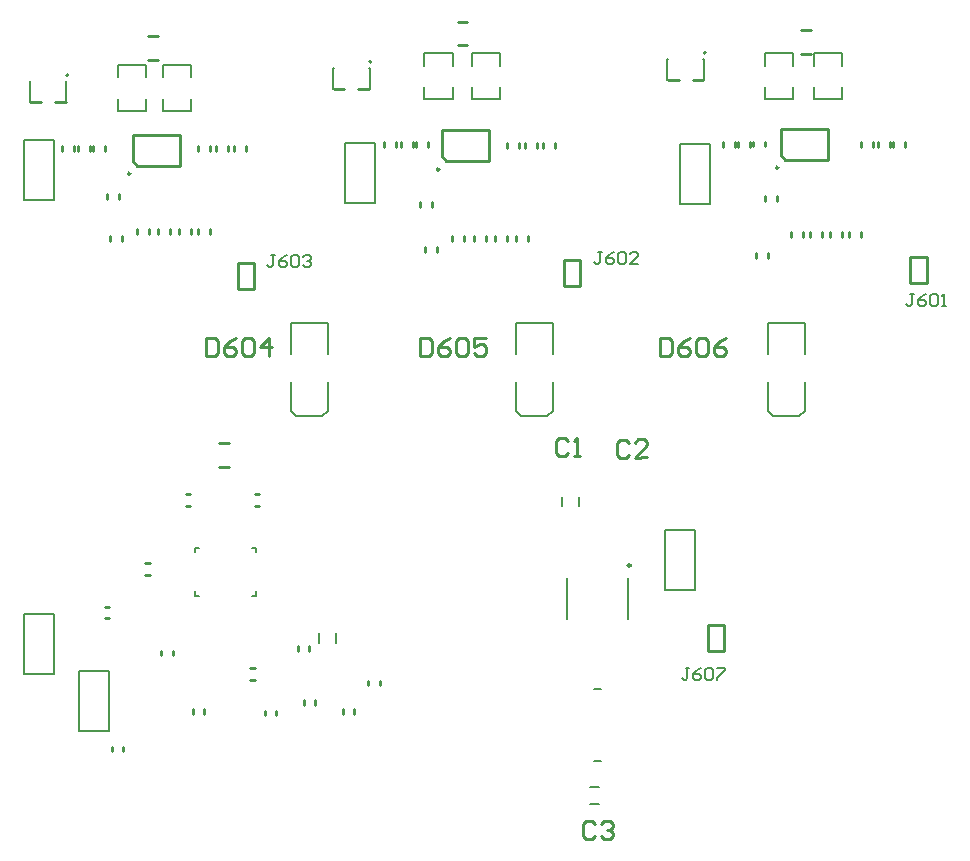
<source format=gto>
%FSAX25Y25*%
%MOIN*%
G70*
G01*
G75*
G04 Layer_Color=65535*
%ADD10R,0.05118X0.03937*%
G04:AMPARAMS|DCode=11|XSize=23.62mil|YSize=35.43mil|CornerRadius=5.91mil|HoleSize=0mil|Usage=FLASHONLY|Rotation=270.000|XOffset=0mil|YOffset=0mil|HoleType=Round|Shape=RoundedRectangle|*
%AMROUNDEDRECTD11*
21,1,0.02362,0.02362,0,0,270.0*
21,1,0.01181,0.03543,0,0,270.0*
1,1,0.01181,-0.01181,-0.00591*
1,1,0.01181,-0.01181,0.00591*
1,1,0.01181,0.01181,0.00591*
1,1,0.01181,0.01181,-0.00591*
%
%ADD11ROUNDEDRECTD11*%
%ADD12R,0.09055X0.09055*%
%ADD13R,0.00984X0.02756*%
%ADD14R,0.17087X0.09606*%
G04:AMPARAMS|DCode=15|XSize=23.62mil|YSize=35.43mil|CornerRadius=5.91mil|HoleSize=0mil|Usage=FLASHONLY|Rotation=0.000|XOffset=0mil|YOffset=0mil|HoleType=Round|Shape=RoundedRectangle|*
%AMROUNDEDRECTD15*
21,1,0.02362,0.02362,0,0,0.0*
21,1,0.01181,0.03543,0,0,0.0*
1,1,0.01181,0.00591,-0.01181*
1,1,0.01181,-0.00591,-0.01181*
1,1,0.01181,-0.00591,0.01181*
1,1,0.01181,0.00591,0.01181*
%
%ADD15ROUNDEDRECTD15*%
%ADD16O,0.02165X0.05709*%
%ADD17O,0.02165X0.05709*%
%ADD18O,0.01181X0.03500*%
%ADD19R,0.11201X0.06500*%
%ADD20R,0.04331X0.06693*%
%ADD21R,0.06693X0.04331*%
%ADD22O,0.01378X0.05315*%
%ADD23R,0.12205X0.11811*%
G04:AMPARAMS|DCode=24|XSize=31.5mil|YSize=86.61mil|CornerRadius=7.87mil|HoleSize=0mil|Usage=FLASHONLY|Rotation=180.000|XOffset=0mil|YOffset=0mil|HoleType=Round|Shape=RoundedRectangle|*
%AMROUNDEDRECTD24*
21,1,0.03150,0.07087,0,0,180.0*
21,1,0.01575,0.08661,0,0,180.0*
1,1,0.01575,-0.00787,0.03543*
1,1,0.01575,0.00787,0.03543*
1,1,0.01575,0.00787,-0.03543*
1,1,0.01575,-0.00787,-0.03543*
%
%ADD24ROUNDEDRECTD24*%
%ADD25R,0.08661X0.24803*%
%ADD26R,0.03543X0.03150*%
%ADD27C,0.01181*%
%ADD28C,0.01260*%
%ADD29C,0.02756*%
%ADD30C,0.01024*%
%ADD31C,0.03150*%
%ADD32C,0.01969*%
%ADD33C,0.03937*%
%ADD34C,0.01102*%
%ADD35C,0.00984*%
%ADD36C,0.00906*%
%ADD37C,0.02362*%
%ADD38C,0.01000*%
%ADD39C,0.01575*%
%ADD40C,0.00866*%
%ADD41C,0.03543*%
%ADD42C,0.01299*%
%ADD43C,0.01063*%
%ADD44C,0.06000*%
%ADD45R,0.05906X0.05906*%
%ADD46C,0.05906*%
%ADD47C,0.23622*%
%ADD48C,0.38976*%
%ADD49C,0.01969*%
%ADD50C,0.01575*%
%ADD51C,0.00394*%
%ADD52C,0.00787*%
%ADD53C,0.00600*%
%ADD54C,0.00669*%
D35*
X0332024Y0258185D02*
G03*
X0332024Y0258185I-0000492J0000000D01*
G01*
D38*
X0381239Y0390726D02*
G03*
X0381239Y0390726I-0000394J0000000D01*
G01*
X0268239Y0390226D02*
G03*
X0268239Y0390226I-0000394J0000000D01*
G01*
X0165207Y0388726D02*
G03*
X0165207Y0388726I-0000394J0000000D01*
G01*
X0430656Y0352269D02*
Y0360931D01*
X0425144Y0352269D02*
X0430656D01*
X0425144D02*
Y0360931D01*
X0430656D01*
X0315156Y0351269D02*
Y0359931D01*
X0309644Y0351269D02*
X0315156D01*
X0309644D02*
Y0359931D01*
X0315156D01*
X0206624Y0350269D02*
Y0358931D01*
X0201113Y0350269D02*
X0206624D01*
X0201113D02*
Y0358931D01*
X0206624D01*
X0224937Y0229713D02*
Y0231287D01*
X0221000Y0229713D02*
Y0231287D01*
X0226937Y0211713D02*
Y0213287D01*
X0223000Y0211713D02*
Y0213287D01*
X0210000Y0208213D02*
Y0209787D01*
X0213937Y0208213D02*
Y0209787D01*
X0183681Y0278032D02*
X0185256D01*
X0183681Y0281969D02*
X0185256D01*
X0244500Y0218213D02*
Y0219787D01*
X0248437Y0218213D02*
Y0219787D01*
X0236000Y0208713D02*
Y0210287D01*
X0239937Y0208713D02*
Y0210287D01*
X0179437Y0228213D02*
Y0229787D01*
X0175500Y0228213D02*
Y0229787D01*
X0162969Y0196213D02*
Y0197787D01*
X0159032Y0196213D02*
Y0197787D01*
X0206681Y0278032D02*
X0208256D01*
X0206681Y0281969D02*
X0208256D01*
X0205181Y0223969D02*
X0206756D01*
X0205181Y0220032D02*
X0206756D01*
X0186000Y0208713D02*
Y0210287D01*
X0189937Y0208713D02*
Y0210287D01*
X0156681Y0240532D02*
X0158256D01*
X0156681Y0244469D02*
X0158256D01*
X0170181Y0258969D02*
X0171756D01*
X0170181Y0255032D02*
X0171756D01*
X0158432Y0366313D02*
Y0367887D01*
X0162369Y0366313D02*
Y0367887D01*
X0352762Y0420057D02*
X0356306D01*
X0344494D02*
X0348038D01*
X0382026Y0395057D02*
Y0403718D01*
Y0395057D02*
X0383601Y0393482D01*
X0397774D01*
X0382026Y0403718D02*
X0397774D01*
Y0393482D02*
Y0403718D01*
X0373932Y0360813D02*
Y0362387D01*
X0377869Y0360813D02*
Y0362387D01*
X0404932Y0367813D02*
Y0369387D01*
X0408869Y0367813D02*
Y0369387D01*
X0423369Y0397813D02*
Y0399387D01*
X0419432Y0397813D02*
Y0399387D01*
X0412869Y0397813D02*
Y0399387D01*
X0408932Y0397813D02*
Y0399387D01*
X0376869Y0397880D02*
Y0399454D01*
X0372932Y0397880D02*
Y0399454D01*
X0366869Y0397813D02*
Y0399387D01*
X0362932Y0397813D02*
Y0399387D01*
X0402369Y0367813D02*
Y0369387D01*
X0398432Y0367813D02*
Y0369387D01*
X0385432Y0367813D02*
Y0369387D01*
X0389369Y0367813D02*
Y0369387D01*
X0418369Y0397813D02*
Y0399387D01*
X0414432Y0397813D02*
Y0399387D01*
X0371869Y0397813D02*
Y0399387D01*
X0367932Y0397813D02*
Y0399387D01*
X0391932Y0367813D02*
Y0369387D01*
X0395869Y0367813D02*
Y0369387D01*
X0380869Y0379813D02*
Y0381387D01*
X0376932Y0379813D02*
Y0381387D01*
X0241262Y0417057D02*
X0244806D01*
X0232994D02*
X0236538D01*
X0269026Y0394557D02*
Y0403218D01*
Y0394557D02*
X0270601Y0392982D01*
X0284774D01*
X0269026Y0403218D02*
X0284774D01*
Y0392982D02*
Y0403218D01*
X0263463Y0362813D02*
Y0364387D01*
X0267400Y0362813D02*
Y0364387D01*
X0286932Y0366313D02*
Y0367887D01*
X0290869Y0366313D02*
Y0367887D01*
X0306869Y0397313D02*
Y0398887D01*
X0302932Y0397313D02*
Y0398887D01*
X0294869Y0397313D02*
Y0398887D01*
X0290932Y0397313D02*
Y0398887D01*
X0264369Y0397765D02*
Y0399340D01*
X0260432Y0397765D02*
Y0399340D01*
X0253869Y0397765D02*
Y0399340D01*
X0249932Y0397765D02*
Y0399340D01*
X0297869Y0366313D02*
Y0367887D01*
X0293932Y0366313D02*
Y0367887D01*
X0272432Y0366313D02*
Y0367887D01*
X0276369Y0366313D02*
Y0367887D01*
X0300869Y0397313D02*
Y0398887D01*
X0296932Y0397313D02*
Y0398887D01*
X0259369Y0397765D02*
Y0399340D01*
X0255432Y0397765D02*
Y0399340D01*
X0279932Y0366313D02*
Y0367887D01*
X0283869Y0366313D02*
Y0367887D01*
X0265869Y0377813D02*
Y0379387D01*
X0261932Y0377813D02*
Y0379387D01*
X0181400Y0368813D02*
Y0370387D01*
X0185337Y0368813D02*
Y0370387D01*
X0203837Y0396313D02*
Y0397887D01*
X0199900Y0396313D02*
Y0397887D01*
X0191837Y0396360D02*
Y0397935D01*
X0187900Y0396360D02*
Y0397935D01*
X0156837Y0396313D02*
Y0397887D01*
X0152900Y0396313D02*
Y0397887D01*
X0146337Y0396313D02*
Y0397887D01*
X0142400Y0396313D02*
Y0397887D01*
X0197837Y0396313D02*
Y0397887D01*
X0193900Y0396313D02*
Y0397887D01*
X0151837Y0396313D02*
Y0397887D01*
X0147900Y0396313D02*
Y0397887D01*
X0174400Y0368813D02*
Y0370387D01*
X0178337Y0368813D02*
Y0370387D01*
X0161337Y0380360D02*
Y0381935D01*
X0157400Y0380360D02*
Y0381935D01*
X0131963Y0412557D02*
X0135506D01*
X0140231D02*
X0143774D01*
X0165994Y0393057D02*
Y0401718D01*
Y0393057D02*
X0167569Y0391482D01*
X0181743D01*
X0165994Y0401718D02*
X0181743D01*
Y0391482D02*
Y0401718D01*
X0167400Y0368813D02*
Y0370387D01*
X0171337Y0368813D02*
Y0370387D01*
X0191837Y0368813D02*
Y0370387D01*
X0187900Y0368813D02*
Y0370387D01*
X0357681Y0229669D02*
X0363193D01*
Y0238331D01*
X0357681D02*
X0363193D01*
X0357681Y0229669D02*
Y0238331D01*
X0194894Y0298937D02*
X0198043D01*
X0194894Y0291063D02*
X0198043D01*
X0388825Y0428663D02*
X0391975D01*
X0388825Y0436537D02*
X0391975D01*
X0274425Y0431563D02*
X0277575D01*
X0274425Y0439437D02*
X0277575D01*
X0171294Y0426663D02*
X0174443D01*
X0171294Y0434537D02*
X0174443D01*
X0341900Y0334098D02*
Y0328100D01*
X0344899D01*
X0345899Y0329100D01*
Y0333098D01*
X0344899Y0334098D01*
X0341900D01*
X0351897D02*
X0349897Y0333098D01*
X0347898Y0331099D01*
Y0329100D01*
X0348898Y0328100D01*
X0350897D01*
X0351897Y0329100D01*
Y0330099D01*
X0350897Y0331099D01*
X0347898D01*
X0353896Y0333098D02*
X0354896Y0334098D01*
X0356895D01*
X0357895Y0333098D01*
Y0329100D01*
X0356895Y0328100D01*
X0354896D01*
X0353896Y0329100D01*
Y0333098D01*
X0363893Y0334098D02*
X0361894Y0333098D01*
X0359894Y0331099D01*
Y0329100D01*
X0360894Y0328100D01*
X0362893D01*
X0363893Y0329100D01*
Y0330099D01*
X0362893Y0331099D01*
X0359894D01*
X0261900Y0334098D02*
Y0328100D01*
X0264899D01*
X0265899Y0329100D01*
Y0333098D01*
X0264899Y0334098D01*
X0261900D01*
X0271897D02*
X0269897Y0333098D01*
X0267898Y0331099D01*
Y0329100D01*
X0268898Y0328100D01*
X0270897D01*
X0271897Y0329100D01*
Y0330099D01*
X0270897Y0331099D01*
X0267898D01*
X0273896Y0333098D02*
X0274896Y0334098D01*
X0276895D01*
X0277895Y0333098D01*
Y0329100D01*
X0276895Y0328100D01*
X0274896D01*
X0273896Y0329100D01*
Y0333098D01*
X0283893Y0334098D02*
X0279894D01*
Y0331099D01*
X0281893Y0332099D01*
X0282893D01*
X0283893Y0331099D01*
Y0329100D01*
X0282893Y0328100D01*
X0280894D01*
X0279894Y0329100D01*
X0190400Y0334098D02*
Y0328100D01*
X0193399D01*
X0194399Y0329100D01*
Y0333098D01*
X0193399Y0334098D01*
X0190400D01*
X0200397D02*
X0198397Y0333098D01*
X0196398Y0331099D01*
Y0329100D01*
X0197398Y0328100D01*
X0199397D01*
X0200397Y0329100D01*
Y0330099D01*
X0199397Y0331099D01*
X0196398D01*
X0202396Y0333098D02*
X0203396Y0334098D01*
X0205395D01*
X0206395Y0333098D01*
Y0329100D01*
X0205395Y0328100D01*
X0203396D01*
X0202396Y0329100D01*
Y0333098D01*
X0211393Y0328100D02*
Y0334098D01*
X0208394Y0331099D01*
X0212393D01*
X0310999Y0299498D02*
X0309999Y0300498D01*
X0308000D01*
X0307000Y0299498D01*
Y0295500D01*
X0308000Y0294500D01*
X0309999D01*
X0310999Y0295500D01*
X0312998Y0294500D02*
X0314997D01*
X0313998D01*
Y0300498D01*
X0312998Y0299498D01*
X0331369Y0299099D02*
X0330344Y0300073D01*
X0328346Y0300022D01*
X0327372Y0298997D01*
X0327474Y0294999D01*
X0328499Y0294026D01*
X0330498Y0294077D01*
X0331472Y0295102D01*
X0337493Y0294256D02*
X0333496Y0294154D01*
X0337391Y0298254D01*
X0337365Y0299253D01*
X0336340Y0300227D01*
X0334342Y0300175D01*
X0333368Y0299150D01*
X0319999Y0171998D02*
X0318999Y0172998D01*
X0317000D01*
X0316000Y0171998D01*
Y0168000D01*
X0317000Y0167000D01*
X0318999D01*
X0319999Y0168000D01*
X0321998Y0171998D02*
X0322998Y0172998D01*
X0324997D01*
X0325997Y0171998D01*
Y0170999D01*
X0324997Y0169999D01*
X0323997D01*
X0324997D01*
X0325997Y0168999D01*
Y0168000D01*
X0324997Y0167000D01*
X0322998D01*
X0321998Y0168000D01*
D51*
X0187157Y0246354D02*
G03*
X0187157Y0246354I-0000197J0000000D01*
G01*
D52*
X0357093Y0429112D02*
G03*
X0357093Y0429112I-0000394J0000000D01*
G01*
X0245593Y0426112D02*
G03*
X0245593Y0426112I-0000394J0000000D01*
G01*
X0144561Y0421612D02*
G03*
X0144561Y0421612I-0000394J0000000D01*
G01*
X0218798Y0339061D02*
X0231002D01*
X0218798Y0309730D02*
X0220569Y0307958D01*
X0229231D02*
X0231002Y0309730D01*
X0220569Y0307958D02*
X0229231D01*
X0218798Y0328824D02*
Y0339061D01*
X0231002Y0328824D02*
Y0339061D01*
Y0309730D02*
Y0319376D01*
X0218798Y0309730D02*
Y0319376D01*
X0343500Y0250000D02*
X0353500D01*
X0343500D02*
Y0270000D01*
X0353500D01*
Y0250000D02*
Y0270000D01*
X0148000Y0223000D02*
X0158000D01*
Y0203000D02*
Y0223000D01*
X0148000Y0203000D02*
X0158000D01*
X0148000D02*
Y0223000D01*
X0348400Y0398600D02*
X0358400D01*
Y0378600D02*
Y0398600D01*
X0348400Y0378600D02*
X0358400D01*
X0348400D02*
Y0398600D01*
X0236932Y0399100D02*
X0246932D01*
Y0379100D02*
Y0399100D01*
X0236932Y0379100D02*
X0246932D01*
X0236932D02*
Y0399100D01*
X0129900Y0400100D02*
X0139900D01*
Y0380100D02*
Y0400100D01*
X0129900Y0380100D02*
X0139900D01*
X0129900D02*
Y0400100D01*
X0186961Y0247929D02*
X0188043D01*
X0205957D02*
X0207039D01*
X0186961Y0264071D02*
X0188043D01*
X0205957D02*
X0207039D01*
X0186961Y0247929D02*
Y0249504D01*
Y0262496D02*
Y0264071D01*
X0207039Y0247929D02*
Y0249504D01*
Y0262496D02*
Y0264071D01*
X0129969Y0242000D02*
X0139969D01*
Y0222000D02*
Y0242000D01*
X0129969Y0222000D02*
X0139969D01*
X0129969D02*
Y0242000D01*
X0293798Y0309730D02*
Y0319376D01*
X0306002Y0309730D02*
Y0319376D01*
Y0328824D02*
Y0339061D01*
X0293798Y0328824D02*
Y0339061D01*
X0295569Y0307958D02*
X0304231D01*
X0306002Y0309730D01*
X0293798D02*
X0295569Y0307958D01*
X0293798Y0339061D02*
X0306002D01*
X0377798Y0309730D02*
Y0319376D01*
X0390002Y0309730D02*
Y0319376D01*
Y0328824D02*
Y0339061D01*
X0377798Y0328824D02*
Y0339061D01*
X0379569Y0307958D02*
X0388231D01*
X0390002Y0309730D01*
X0377798D02*
X0379569Y0307958D01*
X0377798Y0339061D02*
X0390002D01*
X0344298Y0420057D02*
Y0427143D01*
X0356502Y0420057D02*
Y0427143D01*
X0356306D02*
X0356502D01*
X0344298Y0420057D02*
X0344494D01*
X0344298Y0427143D02*
X0344494D01*
X0356306Y0420057D02*
X0356502D01*
X0232798Y0417057D02*
Y0424143D01*
X0245002Y0417057D02*
Y0424143D01*
X0244806D02*
X0245002D01*
X0232798Y0417057D02*
X0232994D01*
X0232798Y0424143D02*
X0232994D01*
X0244806Y0417057D02*
X0245002D01*
X0143774Y0412557D02*
X0143971D01*
X0131766Y0419643D02*
X0131963D01*
X0131766Y0412557D02*
X0131963D01*
X0143774Y0419643D02*
X0143971D01*
Y0412557D02*
Y0419643D01*
X0131766Y0412557D02*
Y0419643D01*
X0318362Y0178547D02*
X0321512D01*
X0318362Y0184453D02*
X0321512D01*
X0314953Y0277925D02*
Y0281075D01*
X0309047Y0277925D02*
Y0281075D01*
X0310961Y0240173D02*
Y0253953D01*
X0331039Y0240173D02*
Y0253953D01*
X0319756Y0192992D02*
X0322118D01*
X0319756Y0217008D02*
X0322118D01*
X0228047Y0232425D02*
Y0235575D01*
X0233953Y0232425D02*
Y0235575D01*
D53*
X0393176Y0413583D02*
Y0417717D01*
X0402624Y0413583D02*
Y0417717D01*
Y0424803D02*
Y0428937D01*
X0393176Y0424803D02*
Y0428937D01*
Y0413583D02*
X0402624D01*
X0393176Y0428937D02*
X0402624D01*
X0376676Y0413583D02*
Y0417717D01*
X0386124Y0413583D02*
Y0417717D01*
Y0424803D02*
Y0428937D01*
X0376676Y0424803D02*
Y0428937D01*
Y0413583D02*
X0386124D01*
X0376676Y0428937D02*
X0386124D01*
X0279176Y0413583D02*
Y0417717D01*
X0288624Y0413583D02*
Y0417717D01*
Y0424803D02*
Y0428937D01*
X0279176Y0424803D02*
Y0428937D01*
Y0413583D02*
X0288624D01*
X0279176Y0428937D02*
X0288624D01*
X0263276Y0413583D02*
Y0417717D01*
X0272724Y0413583D02*
Y0417717D01*
Y0424803D02*
Y0428937D01*
X0263276Y0424803D02*
Y0428937D01*
Y0413583D02*
X0272724D01*
X0263276Y0428937D02*
X0272724D01*
X0175976Y0409646D02*
Y0413779D01*
X0185424Y0409646D02*
Y0413779D01*
Y0420866D02*
Y0425000D01*
X0175976Y0420866D02*
Y0425000D01*
Y0409646D02*
X0185424D01*
X0175976Y0425000D02*
X0185424D01*
X0160976Y0409646D02*
Y0413779D01*
X0170424Y0409646D02*
Y0413779D01*
Y0420866D02*
Y0425000D01*
X0160976Y0420866D02*
Y0425000D01*
Y0409646D02*
X0170424D01*
X0160976Y0425000D02*
X0170424D01*
D54*
X0213524Y0361536D02*
X0212212D01*
X0212868D01*
Y0358256D01*
X0212212Y0357600D01*
X0211556D01*
X0210900Y0358256D01*
X0217460Y0361536D02*
X0216148Y0360880D01*
X0214836Y0359568D01*
Y0358256D01*
X0215492Y0357600D01*
X0216804D01*
X0217460Y0358256D01*
Y0358912D01*
X0216804Y0359568D01*
X0214836D01*
X0218772Y0360880D02*
X0219427Y0361536D01*
X0220739D01*
X0221395Y0360880D01*
Y0358256D01*
X0220739Y0357600D01*
X0219427D01*
X0218772Y0358256D01*
Y0360880D01*
X0222707D02*
X0223363Y0361536D01*
X0224675D01*
X0225331Y0360880D01*
Y0360224D01*
X0224675Y0359568D01*
X0224019D01*
X0224675D01*
X0225331Y0358912D01*
Y0358256D01*
X0224675Y0357600D01*
X0223363D01*
X0222707Y0358256D01*
X0322524Y0362536D02*
X0321212D01*
X0321868D01*
Y0359256D01*
X0321212Y0358600D01*
X0320556D01*
X0319900Y0359256D01*
X0326460Y0362536D02*
X0325148Y0361880D01*
X0323836Y0360568D01*
Y0359256D01*
X0324492Y0358600D01*
X0325804D01*
X0326460Y0359256D01*
Y0359912D01*
X0325804Y0360568D01*
X0323836D01*
X0327771Y0361880D02*
X0328427Y0362536D01*
X0329739D01*
X0330395Y0361880D01*
Y0359256D01*
X0329739Y0358600D01*
X0328427D01*
X0327771Y0359256D01*
Y0361880D01*
X0334331Y0358600D02*
X0331707D01*
X0334331Y0361224D01*
Y0361880D01*
X0333675Y0362536D01*
X0332363D01*
X0331707Y0361880D01*
X0426524Y0348536D02*
X0425212D01*
X0425868D01*
Y0345256D01*
X0425212Y0344600D01*
X0424556D01*
X0423900Y0345256D01*
X0430460Y0348536D02*
X0429148Y0347880D01*
X0427836Y0346568D01*
Y0345256D01*
X0428492Y0344600D01*
X0429804D01*
X0430460Y0345256D01*
Y0345912D01*
X0429804Y0346568D01*
X0427836D01*
X0431772Y0347880D02*
X0432427Y0348536D01*
X0433739D01*
X0434395Y0347880D01*
Y0345256D01*
X0433739Y0344600D01*
X0432427D01*
X0431772Y0345256D01*
Y0347880D01*
X0435707Y0344600D02*
X0437019D01*
X0436363D01*
Y0348536D01*
X0435707Y0347880D01*
X0351624Y0223936D02*
X0350312D01*
X0350968D01*
Y0220656D01*
X0350312Y0220000D01*
X0349656D01*
X0349000Y0220656D01*
X0355560Y0223936D02*
X0354248Y0223280D01*
X0352936Y0221968D01*
Y0220656D01*
X0353592Y0220000D01*
X0354904D01*
X0355560Y0220656D01*
Y0221312D01*
X0354904Y0221968D01*
X0352936D01*
X0356872Y0223280D02*
X0357527Y0223936D01*
X0358839D01*
X0359495Y0223280D01*
Y0220656D01*
X0358839Y0220000D01*
X0357527D01*
X0356872Y0220656D01*
Y0223280D01*
X0360807Y0223936D02*
X0363431D01*
Y0223280D01*
X0360807Y0220656D01*
Y0220000D01*
M02*

</source>
